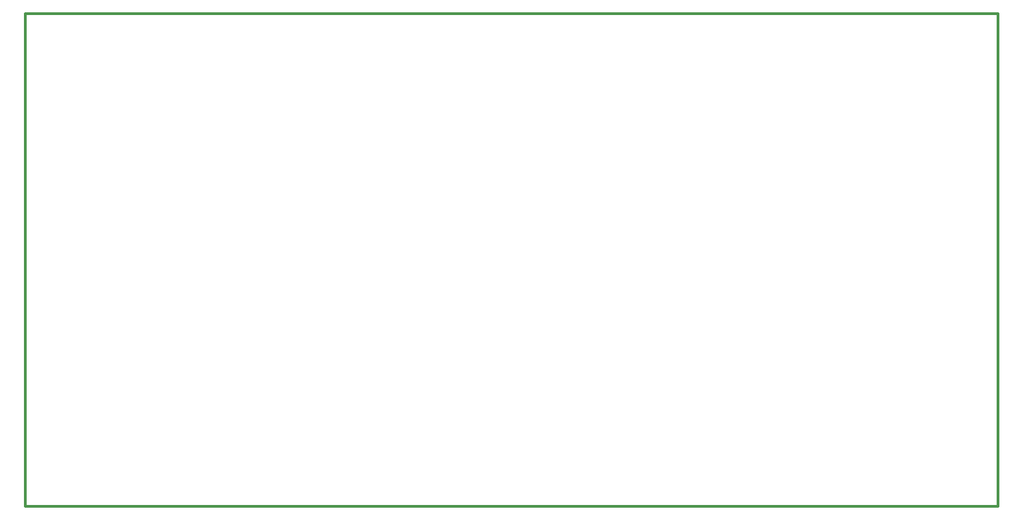
<source format=gko>
%FSLAX25Y25*%
%MOIN*%
G70*
G01*
G75*
G04 Layer_Color=16711935*
%ADD10O,0.02953X0.01181*%
%ADD11O,0.01181X0.02953*%
%ADD12R,0.14173X0.14173*%
%ADD13R,0.12992X0.09449*%
%ADD14R,0.05118X0.02165*%
%ADD15C,0.01181*%
%ADD16C,0.05512*%
%ADD17C,0.04724*%
%ADD18C,0.05118*%
%ADD19R,0.05906X0.05906*%
%ADD20C,0.05906*%
%ADD21R,0.05906X0.05906*%
%ADD22C,0.06496*%
%ADD23O,0.09843X0.05512*%
G04:AMPARAMS|DCode=24|XSize=59.84mil|YSize=59.84mil|CornerRadius=14.96mil|HoleSize=0mil|Usage=FLASHONLY|Rotation=270.000|XOffset=0mil|YOffset=0mil|HoleType=Round|Shape=RoundedRectangle|*
%AMROUNDEDRECTD24*
21,1,0.05984,0.02992,0,0,270.0*
21,1,0.02992,0.05984,0,0,270.0*
1,1,0.02992,-0.01496,-0.01496*
1,1,0.02992,-0.01496,0.01496*
1,1,0.02992,0.01496,0.01496*
1,1,0.02992,0.01496,-0.01496*
%
%ADD24ROUNDEDRECTD24*%
%ADD25C,0.05984*%
%ADD26C,0.06299*%
%ADD27C,0.01969*%
%ADD28C,0.04000*%
%ADD29C,0.07347*%
%ADD30C,0.06756*%
%ADD31C,0.06756*%
%ADD32C,0.07543*%
%ADD33C,0.07937*%
%ADD34O,0.09906X0.06953*%
%ADD35C,0.01000*%
%ADD36C,0.00984*%
%ADD37C,0.00787*%
%ADD38C,0.00800*%
%ADD39O,0.03753X0.01981*%
%ADD40O,0.01981X0.03753*%
%ADD41R,0.14973X0.14973*%
%ADD42R,0.13792X0.10249*%
%ADD43C,0.06312*%
%ADD44C,0.05524*%
%ADD45C,0.05918*%
%ADD46R,0.06706X0.06706*%
%ADD47C,0.06706*%
%ADD48R,0.06706X0.06706*%
%ADD49C,0.07296*%
%ADD50O,0.10642X0.06312*%
G04:AMPARAMS|DCode=51|XSize=67.84mil|YSize=67.84mil|CornerRadius=18.96mil|HoleSize=0mil|Usage=FLASHONLY|Rotation=270.000|XOffset=0mil|YOffset=0mil|HoleType=Round|Shape=RoundedRectangle|*
%AMROUNDEDRECTD51*
21,1,0.06784,0.02992,0,0,270.0*
21,1,0.02992,0.06784,0,0,270.0*
1,1,0.03792,-0.01496,-0.01496*
1,1,0.03792,-0.01496,0.01496*
1,1,0.03792,0.01496,0.01496*
1,1,0.03792,0.01496,-0.01496*
%
%ADD51ROUNDEDRECTD51*%
%ADD52C,0.06784*%
%ADD53C,0.07099*%
%ADD54C,0.02769*%
D15*
X205118Y305118D02*
X679134D01*
Y545500D01*
X205118D02*
X679134D01*
X205118Y305118D02*
Y545500D01*
M02*

</source>
